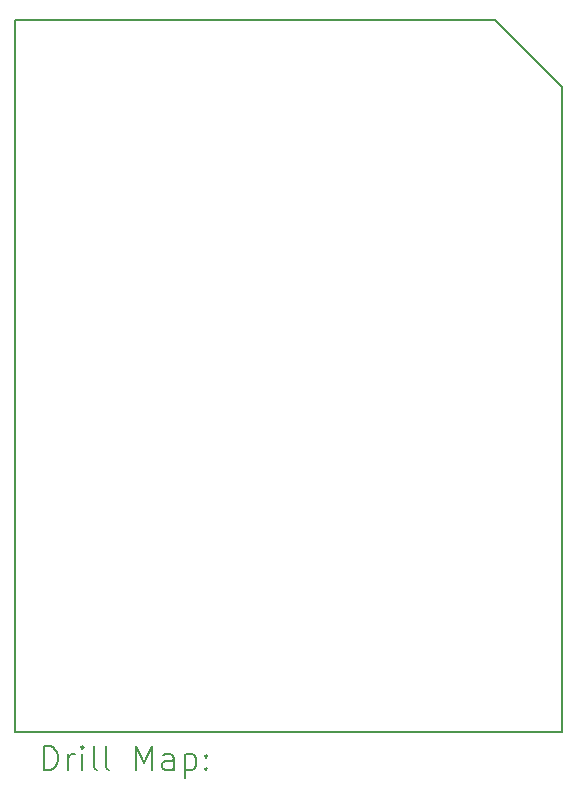
<source format=gbr>
%FSLAX45Y45*%
G04 Gerber Fmt 4.5, Leading zero omitted, Abs format (unit mm)*
G04 Created by KiCad (PCBNEW 6.0.4+dfsg-1+b1) date 2022-04-24 01:07:41*
%MOMM*%
%LPD*%
G01*
G04 APERTURE LIST*
%TA.AperFunction,Profile*%
%ADD10C,0.150000*%
%TD*%
%ADD11C,0.200000*%
G04 APERTURE END LIST*
D10*
X6096000Y-1778000D02*
X6096000Y-7239000D01*
X6096000Y-7239000D02*
X1460500Y-7239000D01*
X1460500Y-1206500D02*
X5524500Y-1206500D01*
X5524500Y-1206500D02*
X6096000Y-1778000D01*
X1460500Y-7239000D02*
X1460500Y-1206500D01*
D11*
X1710619Y-7556976D02*
X1710619Y-7356976D01*
X1758238Y-7356976D01*
X1786809Y-7366500D01*
X1805857Y-7385548D01*
X1815381Y-7404595D01*
X1824905Y-7442690D01*
X1824905Y-7471262D01*
X1815381Y-7509357D01*
X1805857Y-7528405D01*
X1786809Y-7547452D01*
X1758238Y-7556976D01*
X1710619Y-7556976D01*
X1910619Y-7556976D02*
X1910619Y-7423643D01*
X1910619Y-7461738D02*
X1920143Y-7442690D01*
X1929667Y-7433167D01*
X1948714Y-7423643D01*
X1967762Y-7423643D01*
X2034428Y-7556976D02*
X2034428Y-7423643D01*
X2034428Y-7356976D02*
X2024905Y-7366500D01*
X2034428Y-7376024D01*
X2043952Y-7366500D01*
X2034428Y-7356976D01*
X2034428Y-7376024D01*
X2158238Y-7556976D02*
X2139190Y-7547452D01*
X2129667Y-7528405D01*
X2129667Y-7356976D01*
X2263000Y-7556976D02*
X2243952Y-7547452D01*
X2234429Y-7528405D01*
X2234429Y-7356976D01*
X2491571Y-7556976D02*
X2491571Y-7356976D01*
X2558238Y-7499833D01*
X2624905Y-7356976D01*
X2624905Y-7556976D01*
X2805857Y-7556976D02*
X2805857Y-7452214D01*
X2796333Y-7433167D01*
X2777286Y-7423643D01*
X2739190Y-7423643D01*
X2720143Y-7433167D01*
X2805857Y-7547452D02*
X2786810Y-7556976D01*
X2739190Y-7556976D01*
X2720143Y-7547452D01*
X2710619Y-7528405D01*
X2710619Y-7509357D01*
X2720143Y-7490309D01*
X2739190Y-7480786D01*
X2786810Y-7480786D01*
X2805857Y-7471262D01*
X2901095Y-7423643D02*
X2901095Y-7623643D01*
X2901095Y-7433167D02*
X2920143Y-7423643D01*
X2958238Y-7423643D01*
X2977286Y-7433167D01*
X2986809Y-7442690D01*
X2996333Y-7461738D01*
X2996333Y-7518881D01*
X2986809Y-7537928D01*
X2977286Y-7547452D01*
X2958238Y-7556976D01*
X2920143Y-7556976D01*
X2901095Y-7547452D01*
X3082048Y-7537928D02*
X3091571Y-7547452D01*
X3082048Y-7556976D01*
X3072524Y-7547452D01*
X3082048Y-7537928D01*
X3082048Y-7556976D01*
X3082048Y-7433167D02*
X3091571Y-7442690D01*
X3082048Y-7452214D01*
X3072524Y-7442690D01*
X3082048Y-7433167D01*
X3082048Y-7452214D01*
M02*

</source>
